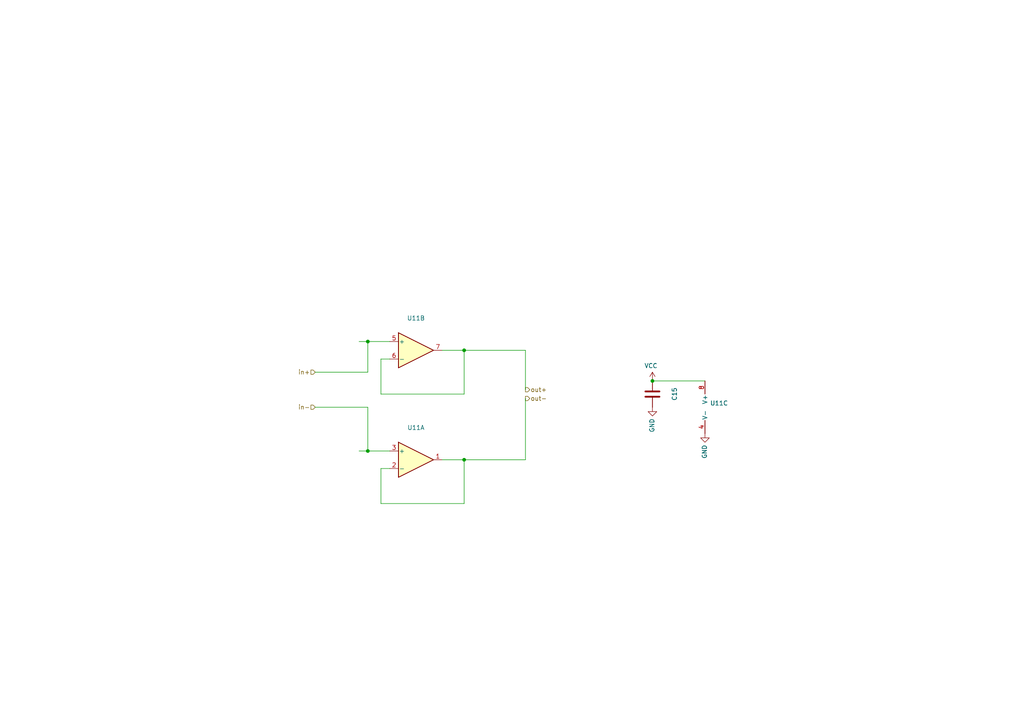
<source format=kicad_sch>
(kicad_sch (version 20211123) (generator eeschema)
  (paper "A4")
  (lib_symbols
    (symbol "0JLC-6:100nF" (pin_numbers hide) (pin_names (offset 0.254))
      (property "Reference" "C" (at 0.635 2.54 0))
      (property "Value" "100nF" (at 0.635 -2.54 0))
      (symbol "100nF_0_1"
        (polyline (pts (xy -2.032 -0.762) (xy 2.032 -0.762)) (stroke (width 0.508)))
        (polyline (pts (xy -2.032 0.762) (xy 2.032 0.762)) (stroke (width 0.508)))
      )
      (symbol "100nF_1_1"
        (pin passive line (at 0 3.81 270) (length 2.794) (name "~") (number "1"))
        (pin passive line (at 0 -3.81 90) (length 2.794) (name "~") (number "2"))
      )
    )
    (symbol "Amplifier_Operational:OPA2376xxDGK" (pin_names (offset 0.127))
      (property "Reference" "U" (at 0 5.08 0))
      (property "Value" "OPA2376xxDGK" (at 0 -5.08 0))
      (symbol "OPA2376xxDGK_1_1"
        (polyline (pts (xy -5.08 5.08) (xy 5.08 0) (xy -5.08 -5.08) (xy -5.08 5.08)) (stroke (width 0.254)) (fill (type background)))
        (pin output line (at 7.62 0 180) (length 2.54) (name "~") (number "1"))
        (pin input line (at -7.62 -2.54 0) (length 2.54) (name "-") (number "2"))
        (pin input line (at -7.62 2.54 0) (length 2.54) (name "+") (number "3"))
      )
      (symbol "OPA2376xxDGK_2_1"
        (polyline (pts (xy -5.08 5.08) (xy 5.08 0) (xy -5.08 -5.08) (xy -5.08 5.08)) (stroke (width 0.254)) (fill (type background)))
        (pin input line (at -7.62 2.54 0) (length 2.54) (name "+") (number "5"))
        (pin input line (at -7.62 -2.54 0) (length 2.54) (name "-") (number "6"))
        (pin output line (at 7.62 0 180) (length 2.54) (name "~") (number "7"))
      )
      (symbol "OPA2376xxDGK_3_1"
        (pin power_in line (at -2.54 -7.62 90) (length 3.81) (name "V-") (number "4"))
        (pin power_in line (at -2.54 7.62 270) (length 3.81) (name "V+") (number "8"))
      )
    )
    (symbol "power:GND" (power) (pin_names (offset 0))
      (property "Value" "GND" (at 0 -3.81 0))
      (symbol "GND_0_1"
        (polyline (pts (xy 0 0) (xy 0 -1.27) (xy 1.27 -1.27) (xy 0 -2.54) (xy -1.27 -1.27) (xy 0 -1.27)))
      )
      (symbol "GND_1_1"
        (pin power_in line (at 0 0 270) (length 0) hide (name "GND") (number "1"))
      )
    )
    (symbol "power:VCC" (power) (pin_names (offset 0))
      (property "Value" "VCC" (at 0 3.81 0))
      (symbol "VCC_0_1"
        (polyline (pts (xy -0.762 1.27) (xy 0 2.54)))
        (polyline (pts (xy 0 0) (xy 0 2.54)))
        (polyline (pts (xy 0 2.54) (xy 0.762 1.27)))
      )
      (symbol "VCC_1_1"
        (pin power_in line (at 0 0 90) (length 0) hide (name "VCC") (number "1"))
      )
    )
  )
  (junction (at 106.68 130.81))
  (junction (at 134.62 133.35))
  (junction (at 189.23 110.49))
  (junction (at 134.62 101.6))
  (junction (at 106.68 99.06))
  (wire (pts (xy 134.62 133.35) (xy 128.27 133.35)))
  (wire (pts (xy 134.62 101.6) (xy 152.4 101.6)))
  (wire (pts (xy 152.4 115.57) (xy 152.4 133.35)))
  (wire (pts (xy 134.62 101.6) (xy 134.62 114.3)))
  (wire (pts (xy 134.62 114.3) (xy 110.49 114.3)))
  (wire (pts (xy 106.68 99.06) (xy 104.14 99.06)))
  (wire (pts (xy 110.49 146.05) (xy 110.49 135.89)))
  (wire (pts (xy 113.03 130.81) (xy 106.68 130.81)))
  (wire (pts (xy 106.68 107.95) (xy 106.68 99.06)))
  (wire (pts (xy 134.62 146.05) (xy 110.49 146.05)))
  (wire (pts (xy 134.62 133.35) (xy 134.62 146.05)))
  (wire (pts (xy 204.47 110.49) (xy 189.23 110.49)))
  (wire (pts (xy 110.49 114.3) (xy 110.49 104.14)))
  (wire (pts (xy 106.68 130.81) (xy 106.68 118.11)))
  (wire (pts (xy 110.49 104.14) (xy 113.03 104.14)))
  (wire (pts (xy 152.4 133.35) (xy 134.62 133.35)))
  (wire (pts (xy 91.44 107.95) (xy 106.68 107.95)))
  (wire (pts (xy 128.27 101.6) (xy 134.62 101.6)))
  (wire (pts (xy 152.4 101.6) (xy 152.4 113.03)))
  (wire (pts (xy 106.68 130.81) (xy 104.14 130.81)))
  (wire (pts (xy 106.68 118.11) (xy 91.44 118.11)))
  (wire (pts (xy 110.49 135.89) (xy 113.03 135.89)))
  (wire (pts (xy 113.03 99.06) (xy 106.68 99.06)))
  (hierarchical_label "out+" (shape output) (at 152.4 113.03 0))
  (hierarchical_label "out-" (shape output) (at 152.4 115.57 0))
  (hierarchical_label "in+" (shape input) (at 91.44 107.95 180))
  (hierarchical_label "in-" (shape input) (at 91.44 118.11 180))
  (symbol (lib_id "0JLC-6:100nF") (at 189.23 114.3 0) (mirror y) (unit 1)
    (property "Reference" "C15" (at 195.6308 114.3 90))
    (property "LCSC" "C14663" (effects hide))
    (property "MPN" "CC0603KRX7R9BB104" (effects hide))
  )
  (symbol (lib_id "power:GND") (at 189.23 118.11 0) (mirror y) (unit 1)
    (property "Reference" "#PWR041" (effects hide))
    (property "Value" "GND" (at 189.103 121.3612 90) (effects (justify right)))
  )
  (symbol (lib_id "power:VCC") (at 189.23 110.49 0) (mirror y) (unit 1)
    (property "Reference" "#PWR040" (effects hide))
    (property "Value" "VCC" (at 188.7982 106.0958 0))
  )
  (symbol (lib_id "Amplifier_Operational:OPA2376xxDGK") (at 120.65 133.35 0) (unit 1)
    (property "Reference" "U11" (at 120.65 124.0282 0))
    (property "Datasheet" "http://www.ti.com/lit/ds/symlink/opa333.pdf" (effects hide))
    (property "LCSC" "C46316" (effects hide))
    (property "MPN" "OPA2376AIDR" (effects hide))
  )
  (symbol (lib_id "Amplifier_Operational:OPA2376xxDGK") (at 120.65 101.6 0) (unit 2)
    (property "Reference" "U11" (at 120.65 92.2782 0))
    (property "Datasheet" "http://www.ti.com/lit/ds/symlink/opa333.pdf" (effects hide))
    (property "LCSC" "C46316" (effects hide))
    (property "MPN" "OPA2376AIDR" (effects hide))
  )
  (symbol (lib_id "Amplifier_Operational:OPA2376xxDGK") (at 207.01 118.11 0) (unit 3)
    (property "Reference" "U11" (at 205.9432 116.9416 0) (effects (justify left)))
    (property "Datasheet" "http://www.ti.com/lit/ds/symlink/opa333.pdf" (effects hide))
    (property "LCSC" "C46316" (effects hide))
    (property "MPN" "OPA2376AIDR" (effects hide))
  )
  (symbol (lib_id "power:GND") (at 204.47 125.73 0) (mirror y) (unit 1)
    (property "Reference" "#PWR042" (effects hide))
    (property "Value" "GND" (at 204.343 128.9812 90) (effects (justify right)))
  )
)
</source>
